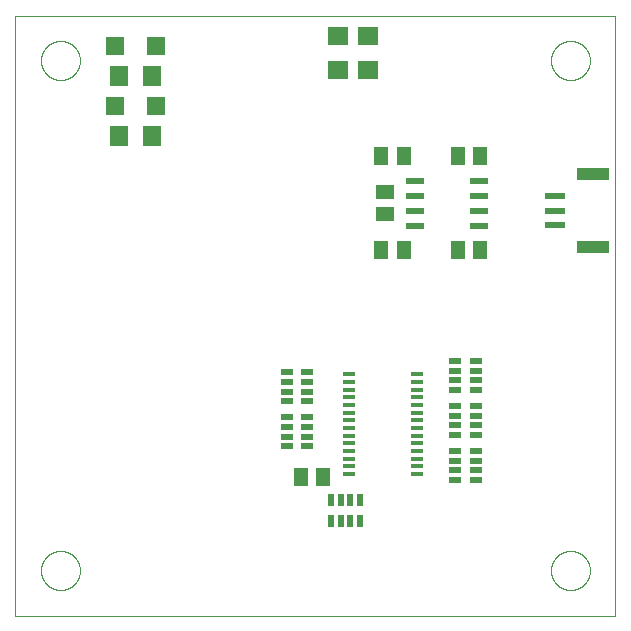
<source format=gtp>
G75*
%MOIN*%
%OFA0B0*%
%FSLAX25Y25*%
%IPPOS*%
%LPD*%
%AMOC8*
5,1,8,0,0,1.08239X$1,22.5*
%
%ADD10C,0.00300*%
%ADD11R,0.03900X0.01200*%
%ADD12R,0.05118X0.05906*%
%ADD13R,0.04000X0.02400*%
%ADD14R,0.02400X0.04000*%
%ADD15R,0.06299X0.07098*%
%ADD16R,0.05906X0.05906*%
%ADD17C,0.00000*%
%ADD18R,0.07098X0.06299*%
%ADD19R,0.06000X0.02400*%
%ADD20R,0.05906X0.05118*%
%ADD21R,0.06693X0.02362*%
%ADD22R,0.10630X0.03937*%
D10*
X0430000Y0315000D02*
X0430000Y0515000D01*
X0630000Y0515000D01*
X0630000Y0315000D01*
X0430000Y0315000D01*
D11*
X0541013Y0362116D03*
X0541013Y0364675D03*
X0541013Y0367234D03*
X0541013Y0369793D03*
X0541013Y0372352D03*
X0541013Y0374911D03*
X0541013Y0377470D03*
X0541013Y0380030D03*
X0541013Y0382589D03*
X0541013Y0385148D03*
X0541013Y0387707D03*
X0541013Y0390266D03*
X0541013Y0392825D03*
X0541013Y0395384D03*
X0563987Y0395384D03*
X0563987Y0392825D03*
X0563987Y0390266D03*
X0563987Y0387707D03*
X0563987Y0385148D03*
X0563987Y0382589D03*
X0563987Y0380030D03*
X0563987Y0377470D03*
X0563987Y0374911D03*
X0563987Y0372352D03*
X0563987Y0369793D03*
X0563987Y0367234D03*
X0563987Y0364675D03*
X0563987Y0362116D03*
D12*
X0532490Y0361250D03*
X0525010Y0361250D03*
X0551885Y0436875D03*
X0559365Y0436875D03*
X0577510Y0436875D03*
X0584990Y0436875D03*
X0584990Y0468125D03*
X0577510Y0468125D03*
X0559365Y0468125D03*
X0551885Y0468125D03*
D13*
X0576650Y0399800D03*
X0576650Y0396600D03*
X0576650Y0393400D03*
X0576650Y0390200D03*
X0576650Y0384800D03*
X0576650Y0381600D03*
X0576650Y0378400D03*
X0576650Y0375200D03*
X0576650Y0369800D03*
X0576650Y0366600D03*
X0576650Y0363400D03*
X0576650Y0360200D03*
X0583350Y0360200D03*
X0583350Y0363400D03*
X0583350Y0366600D03*
X0583350Y0369800D03*
X0583350Y0375200D03*
X0583350Y0378400D03*
X0583350Y0381600D03*
X0583350Y0384800D03*
X0583350Y0390200D03*
X0583350Y0393400D03*
X0583350Y0396600D03*
X0583350Y0399800D03*
X0527100Y0396050D03*
X0527100Y0392850D03*
X0527100Y0389650D03*
X0527100Y0386450D03*
X0527100Y0381050D03*
X0527100Y0377850D03*
X0527100Y0374650D03*
X0527100Y0371450D03*
X0520400Y0371450D03*
X0520400Y0374650D03*
X0520400Y0377850D03*
X0520400Y0381050D03*
X0520400Y0386450D03*
X0520400Y0389650D03*
X0520400Y0392850D03*
X0520400Y0396050D03*
D14*
X0535200Y0353350D03*
X0538400Y0353350D03*
X0541600Y0353350D03*
X0544800Y0353350D03*
X0544800Y0346650D03*
X0541600Y0346650D03*
X0538400Y0346650D03*
X0535200Y0346650D03*
D15*
X0475598Y0475000D03*
X0464402Y0475000D03*
X0464402Y0495000D03*
X0475598Y0495000D03*
D16*
X0476890Y0505000D03*
X0463110Y0505000D03*
X0463110Y0485000D03*
X0476890Y0485000D03*
D17*
X0438500Y0500000D02*
X0438502Y0500161D01*
X0438508Y0500321D01*
X0438518Y0500482D01*
X0438532Y0500642D01*
X0438550Y0500802D01*
X0438571Y0500961D01*
X0438597Y0501120D01*
X0438627Y0501278D01*
X0438660Y0501435D01*
X0438698Y0501592D01*
X0438739Y0501747D01*
X0438784Y0501901D01*
X0438833Y0502054D01*
X0438886Y0502206D01*
X0438942Y0502357D01*
X0439003Y0502506D01*
X0439066Y0502654D01*
X0439134Y0502800D01*
X0439205Y0502944D01*
X0439279Y0503086D01*
X0439357Y0503227D01*
X0439439Y0503365D01*
X0439524Y0503502D01*
X0439612Y0503636D01*
X0439704Y0503768D01*
X0439799Y0503898D01*
X0439897Y0504026D01*
X0439998Y0504151D01*
X0440102Y0504273D01*
X0440209Y0504393D01*
X0440319Y0504510D01*
X0440432Y0504625D01*
X0440548Y0504736D01*
X0440667Y0504845D01*
X0440788Y0504950D01*
X0440912Y0505053D01*
X0441038Y0505153D01*
X0441166Y0505249D01*
X0441297Y0505342D01*
X0441431Y0505432D01*
X0441566Y0505519D01*
X0441704Y0505602D01*
X0441843Y0505682D01*
X0441985Y0505758D01*
X0442128Y0505831D01*
X0442273Y0505900D01*
X0442420Y0505966D01*
X0442568Y0506028D01*
X0442718Y0506086D01*
X0442869Y0506141D01*
X0443022Y0506192D01*
X0443176Y0506239D01*
X0443331Y0506282D01*
X0443487Y0506321D01*
X0443643Y0506357D01*
X0443801Y0506388D01*
X0443959Y0506416D01*
X0444118Y0506440D01*
X0444278Y0506460D01*
X0444438Y0506476D01*
X0444598Y0506488D01*
X0444759Y0506496D01*
X0444920Y0506500D01*
X0445080Y0506500D01*
X0445241Y0506496D01*
X0445402Y0506488D01*
X0445562Y0506476D01*
X0445722Y0506460D01*
X0445882Y0506440D01*
X0446041Y0506416D01*
X0446199Y0506388D01*
X0446357Y0506357D01*
X0446513Y0506321D01*
X0446669Y0506282D01*
X0446824Y0506239D01*
X0446978Y0506192D01*
X0447131Y0506141D01*
X0447282Y0506086D01*
X0447432Y0506028D01*
X0447580Y0505966D01*
X0447727Y0505900D01*
X0447872Y0505831D01*
X0448015Y0505758D01*
X0448157Y0505682D01*
X0448296Y0505602D01*
X0448434Y0505519D01*
X0448569Y0505432D01*
X0448703Y0505342D01*
X0448834Y0505249D01*
X0448962Y0505153D01*
X0449088Y0505053D01*
X0449212Y0504950D01*
X0449333Y0504845D01*
X0449452Y0504736D01*
X0449568Y0504625D01*
X0449681Y0504510D01*
X0449791Y0504393D01*
X0449898Y0504273D01*
X0450002Y0504151D01*
X0450103Y0504026D01*
X0450201Y0503898D01*
X0450296Y0503768D01*
X0450388Y0503636D01*
X0450476Y0503502D01*
X0450561Y0503365D01*
X0450643Y0503227D01*
X0450721Y0503086D01*
X0450795Y0502944D01*
X0450866Y0502800D01*
X0450934Y0502654D01*
X0450997Y0502506D01*
X0451058Y0502357D01*
X0451114Y0502206D01*
X0451167Y0502054D01*
X0451216Y0501901D01*
X0451261Y0501747D01*
X0451302Y0501592D01*
X0451340Y0501435D01*
X0451373Y0501278D01*
X0451403Y0501120D01*
X0451429Y0500961D01*
X0451450Y0500802D01*
X0451468Y0500642D01*
X0451482Y0500482D01*
X0451492Y0500321D01*
X0451498Y0500161D01*
X0451500Y0500000D01*
X0451498Y0499839D01*
X0451492Y0499679D01*
X0451482Y0499518D01*
X0451468Y0499358D01*
X0451450Y0499198D01*
X0451429Y0499039D01*
X0451403Y0498880D01*
X0451373Y0498722D01*
X0451340Y0498565D01*
X0451302Y0498408D01*
X0451261Y0498253D01*
X0451216Y0498099D01*
X0451167Y0497946D01*
X0451114Y0497794D01*
X0451058Y0497643D01*
X0450997Y0497494D01*
X0450934Y0497346D01*
X0450866Y0497200D01*
X0450795Y0497056D01*
X0450721Y0496914D01*
X0450643Y0496773D01*
X0450561Y0496635D01*
X0450476Y0496498D01*
X0450388Y0496364D01*
X0450296Y0496232D01*
X0450201Y0496102D01*
X0450103Y0495974D01*
X0450002Y0495849D01*
X0449898Y0495727D01*
X0449791Y0495607D01*
X0449681Y0495490D01*
X0449568Y0495375D01*
X0449452Y0495264D01*
X0449333Y0495155D01*
X0449212Y0495050D01*
X0449088Y0494947D01*
X0448962Y0494847D01*
X0448834Y0494751D01*
X0448703Y0494658D01*
X0448569Y0494568D01*
X0448434Y0494481D01*
X0448296Y0494398D01*
X0448157Y0494318D01*
X0448015Y0494242D01*
X0447872Y0494169D01*
X0447727Y0494100D01*
X0447580Y0494034D01*
X0447432Y0493972D01*
X0447282Y0493914D01*
X0447131Y0493859D01*
X0446978Y0493808D01*
X0446824Y0493761D01*
X0446669Y0493718D01*
X0446513Y0493679D01*
X0446357Y0493643D01*
X0446199Y0493612D01*
X0446041Y0493584D01*
X0445882Y0493560D01*
X0445722Y0493540D01*
X0445562Y0493524D01*
X0445402Y0493512D01*
X0445241Y0493504D01*
X0445080Y0493500D01*
X0444920Y0493500D01*
X0444759Y0493504D01*
X0444598Y0493512D01*
X0444438Y0493524D01*
X0444278Y0493540D01*
X0444118Y0493560D01*
X0443959Y0493584D01*
X0443801Y0493612D01*
X0443643Y0493643D01*
X0443487Y0493679D01*
X0443331Y0493718D01*
X0443176Y0493761D01*
X0443022Y0493808D01*
X0442869Y0493859D01*
X0442718Y0493914D01*
X0442568Y0493972D01*
X0442420Y0494034D01*
X0442273Y0494100D01*
X0442128Y0494169D01*
X0441985Y0494242D01*
X0441843Y0494318D01*
X0441704Y0494398D01*
X0441566Y0494481D01*
X0441431Y0494568D01*
X0441297Y0494658D01*
X0441166Y0494751D01*
X0441038Y0494847D01*
X0440912Y0494947D01*
X0440788Y0495050D01*
X0440667Y0495155D01*
X0440548Y0495264D01*
X0440432Y0495375D01*
X0440319Y0495490D01*
X0440209Y0495607D01*
X0440102Y0495727D01*
X0439998Y0495849D01*
X0439897Y0495974D01*
X0439799Y0496102D01*
X0439704Y0496232D01*
X0439612Y0496364D01*
X0439524Y0496498D01*
X0439439Y0496635D01*
X0439357Y0496773D01*
X0439279Y0496914D01*
X0439205Y0497056D01*
X0439134Y0497200D01*
X0439066Y0497346D01*
X0439003Y0497494D01*
X0438942Y0497643D01*
X0438886Y0497794D01*
X0438833Y0497946D01*
X0438784Y0498099D01*
X0438739Y0498253D01*
X0438698Y0498408D01*
X0438660Y0498565D01*
X0438627Y0498722D01*
X0438597Y0498880D01*
X0438571Y0499039D01*
X0438550Y0499198D01*
X0438532Y0499358D01*
X0438518Y0499518D01*
X0438508Y0499679D01*
X0438502Y0499839D01*
X0438500Y0500000D01*
X0608500Y0500000D02*
X0608502Y0500161D01*
X0608508Y0500321D01*
X0608518Y0500482D01*
X0608532Y0500642D01*
X0608550Y0500802D01*
X0608571Y0500961D01*
X0608597Y0501120D01*
X0608627Y0501278D01*
X0608660Y0501435D01*
X0608698Y0501592D01*
X0608739Y0501747D01*
X0608784Y0501901D01*
X0608833Y0502054D01*
X0608886Y0502206D01*
X0608942Y0502357D01*
X0609003Y0502506D01*
X0609066Y0502654D01*
X0609134Y0502800D01*
X0609205Y0502944D01*
X0609279Y0503086D01*
X0609357Y0503227D01*
X0609439Y0503365D01*
X0609524Y0503502D01*
X0609612Y0503636D01*
X0609704Y0503768D01*
X0609799Y0503898D01*
X0609897Y0504026D01*
X0609998Y0504151D01*
X0610102Y0504273D01*
X0610209Y0504393D01*
X0610319Y0504510D01*
X0610432Y0504625D01*
X0610548Y0504736D01*
X0610667Y0504845D01*
X0610788Y0504950D01*
X0610912Y0505053D01*
X0611038Y0505153D01*
X0611166Y0505249D01*
X0611297Y0505342D01*
X0611431Y0505432D01*
X0611566Y0505519D01*
X0611704Y0505602D01*
X0611843Y0505682D01*
X0611985Y0505758D01*
X0612128Y0505831D01*
X0612273Y0505900D01*
X0612420Y0505966D01*
X0612568Y0506028D01*
X0612718Y0506086D01*
X0612869Y0506141D01*
X0613022Y0506192D01*
X0613176Y0506239D01*
X0613331Y0506282D01*
X0613487Y0506321D01*
X0613643Y0506357D01*
X0613801Y0506388D01*
X0613959Y0506416D01*
X0614118Y0506440D01*
X0614278Y0506460D01*
X0614438Y0506476D01*
X0614598Y0506488D01*
X0614759Y0506496D01*
X0614920Y0506500D01*
X0615080Y0506500D01*
X0615241Y0506496D01*
X0615402Y0506488D01*
X0615562Y0506476D01*
X0615722Y0506460D01*
X0615882Y0506440D01*
X0616041Y0506416D01*
X0616199Y0506388D01*
X0616357Y0506357D01*
X0616513Y0506321D01*
X0616669Y0506282D01*
X0616824Y0506239D01*
X0616978Y0506192D01*
X0617131Y0506141D01*
X0617282Y0506086D01*
X0617432Y0506028D01*
X0617580Y0505966D01*
X0617727Y0505900D01*
X0617872Y0505831D01*
X0618015Y0505758D01*
X0618157Y0505682D01*
X0618296Y0505602D01*
X0618434Y0505519D01*
X0618569Y0505432D01*
X0618703Y0505342D01*
X0618834Y0505249D01*
X0618962Y0505153D01*
X0619088Y0505053D01*
X0619212Y0504950D01*
X0619333Y0504845D01*
X0619452Y0504736D01*
X0619568Y0504625D01*
X0619681Y0504510D01*
X0619791Y0504393D01*
X0619898Y0504273D01*
X0620002Y0504151D01*
X0620103Y0504026D01*
X0620201Y0503898D01*
X0620296Y0503768D01*
X0620388Y0503636D01*
X0620476Y0503502D01*
X0620561Y0503365D01*
X0620643Y0503227D01*
X0620721Y0503086D01*
X0620795Y0502944D01*
X0620866Y0502800D01*
X0620934Y0502654D01*
X0620997Y0502506D01*
X0621058Y0502357D01*
X0621114Y0502206D01*
X0621167Y0502054D01*
X0621216Y0501901D01*
X0621261Y0501747D01*
X0621302Y0501592D01*
X0621340Y0501435D01*
X0621373Y0501278D01*
X0621403Y0501120D01*
X0621429Y0500961D01*
X0621450Y0500802D01*
X0621468Y0500642D01*
X0621482Y0500482D01*
X0621492Y0500321D01*
X0621498Y0500161D01*
X0621500Y0500000D01*
X0621498Y0499839D01*
X0621492Y0499679D01*
X0621482Y0499518D01*
X0621468Y0499358D01*
X0621450Y0499198D01*
X0621429Y0499039D01*
X0621403Y0498880D01*
X0621373Y0498722D01*
X0621340Y0498565D01*
X0621302Y0498408D01*
X0621261Y0498253D01*
X0621216Y0498099D01*
X0621167Y0497946D01*
X0621114Y0497794D01*
X0621058Y0497643D01*
X0620997Y0497494D01*
X0620934Y0497346D01*
X0620866Y0497200D01*
X0620795Y0497056D01*
X0620721Y0496914D01*
X0620643Y0496773D01*
X0620561Y0496635D01*
X0620476Y0496498D01*
X0620388Y0496364D01*
X0620296Y0496232D01*
X0620201Y0496102D01*
X0620103Y0495974D01*
X0620002Y0495849D01*
X0619898Y0495727D01*
X0619791Y0495607D01*
X0619681Y0495490D01*
X0619568Y0495375D01*
X0619452Y0495264D01*
X0619333Y0495155D01*
X0619212Y0495050D01*
X0619088Y0494947D01*
X0618962Y0494847D01*
X0618834Y0494751D01*
X0618703Y0494658D01*
X0618569Y0494568D01*
X0618434Y0494481D01*
X0618296Y0494398D01*
X0618157Y0494318D01*
X0618015Y0494242D01*
X0617872Y0494169D01*
X0617727Y0494100D01*
X0617580Y0494034D01*
X0617432Y0493972D01*
X0617282Y0493914D01*
X0617131Y0493859D01*
X0616978Y0493808D01*
X0616824Y0493761D01*
X0616669Y0493718D01*
X0616513Y0493679D01*
X0616357Y0493643D01*
X0616199Y0493612D01*
X0616041Y0493584D01*
X0615882Y0493560D01*
X0615722Y0493540D01*
X0615562Y0493524D01*
X0615402Y0493512D01*
X0615241Y0493504D01*
X0615080Y0493500D01*
X0614920Y0493500D01*
X0614759Y0493504D01*
X0614598Y0493512D01*
X0614438Y0493524D01*
X0614278Y0493540D01*
X0614118Y0493560D01*
X0613959Y0493584D01*
X0613801Y0493612D01*
X0613643Y0493643D01*
X0613487Y0493679D01*
X0613331Y0493718D01*
X0613176Y0493761D01*
X0613022Y0493808D01*
X0612869Y0493859D01*
X0612718Y0493914D01*
X0612568Y0493972D01*
X0612420Y0494034D01*
X0612273Y0494100D01*
X0612128Y0494169D01*
X0611985Y0494242D01*
X0611843Y0494318D01*
X0611704Y0494398D01*
X0611566Y0494481D01*
X0611431Y0494568D01*
X0611297Y0494658D01*
X0611166Y0494751D01*
X0611038Y0494847D01*
X0610912Y0494947D01*
X0610788Y0495050D01*
X0610667Y0495155D01*
X0610548Y0495264D01*
X0610432Y0495375D01*
X0610319Y0495490D01*
X0610209Y0495607D01*
X0610102Y0495727D01*
X0609998Y0495849D01*
X0609897Y0495974D01*
X0609799Y0496102D01*
X0609704Y0496232D01*
X0609612Y0496364D01*
X0609524Y0496498D01*
X0609439Y0496635D01*
X0609357Y0496773D01*
X0609279Y0496914D01*
X0609205Y0497056D01*
X0609134Y0497200D01*
X0609066Y0497346D01*
X0609003Y0497494D01*
X0608942Y0497643D01*
X0608886Y0497794D01*
X0608833Y0497946D01*
X0608784Y0498099D01*
X0608739Y0498253D01*
X0608698Y0498408D01*
X0608660Y0498565D01*
X0608627Y0498722D01*
X0608597Y0498880D01*
X0608571Y0499039D01*
X0608550Y0499198D01*
X0608532Y0499358D01*
X0608518Y0499518D01*
X0608508Y0499679D01*
X0608502Y0499839D01*
X0608500Y0500000D01*
X0608500Y0330000D02*
X0608502Y0330161D01*
X0608508Y0330321D01*
X0608518Y0330482D01*
X0608532Y0330642D01*
X0608550Y0330802D01*
X0608571Y0330961D01*
X0608597Y0331120D01*
X0608627Y0331278D01*
X0608660Y0331435D01*
X0608698Y0331592D01*
X0608739Y0331747D01*
X0608784Y0331901D01*
X0608833Y0332054D01*
X0608886Y0332206D01*
X0608942Y0332357D01*
X0609003Y0332506D01*
X0609066Y0332654D01*
X0609134Y0332800D01*
X0609205Y0332944D01*
X0609279Y0333086D01*
X0609357Y0333227D01*
X0609439Y0333365D01*
X0609524Y0333502D01*
X0609612Y0333636D01*
X0609704Y0333768D01*
X0609799Y0333898D01*
X0609897Y0334026D01*
X0609998Y0334151D01*
X0610102Y0334273D01*
X0610209Y0334393D01*
X0610319Y0334510D01*
X0610432Y0334625D01*
X0610548Y0334736D01*
X0610667Y0334845D01*
X0610788Y0334950D01*
X0610912Y0335053D01*
X0611038Y0335153D01*
X0611166Y0335249D01*
X0611297Y0335342D01*
X0611431Y0335432D01*
X0611566Y0335519D01*
X0611704Y0335602D01*
X0611843Y0335682D01*
X0611985Y0335758D01*
X0612128Y0335831D01*
X0612273Y0335900D01*
X0612420Y0335966D01*
X0612568Y0336028D01*
X0612718Y0336086D01*
X0612869Y0336141D01*
X0613022Y0336192D01*
X0613176Y0336239D01*
X0613331Y0336282D01*
X0613487Y0336321D01*
X0613643Y0336357D01*
X0613801Y0336388D01*
X0613959Y0336416D01*
X0614118Y0336440D01*
X0614278Y0336460D01*
X0614438Y0336476D01*
X0614598Y0336488D01*
X0614759Y0336496D01*
X0614920Y0336500D01*
X0615080Y0336500D01*
X0615241Y0336496D01*
X0615402Y0336488D01*
X0615562Y0336476D01*
X0615722Y0336460D01*
X0615882Y0336440D01*
X0616041Y0336416D01*
X0616199Y0336388D01*
X0616357Y0336357D01*
X0616513Y0336321D01*
X0616669Y0336282D01*
X0616824Y0336239D01*
X0616978Y0336192D01*
X0617131Y0336141D01*
X0617282Y0336086D01*
X0617432Y0336028D01*
X0617580Y0335966D01*
X0617727Y0335900D01*
X0617872Y0335831D01*
X0618015Y0335758D01*
X0618157Y0335682D01*
X0618296Y0335602D01*
X0618434Y0335519D01*
X0618569Y0335432D01*
X0618703Y0335342D01*
X0618834Y0335249D01*
X0618962Y0335153D01*
X0619088Y0335053D01*
X0619212Y0334950D01*
X0619333Y0334845D01*
X0619452Y0334736D01*
X0619568Y0334625D01*
X0619681Y0334510D01*
X0619791Y0334393D01*
X0619898Y0334273D01*
X0620002Y0334151D01*
X0620103Y0334026D01*
X0620201Y0333898D01*
X0620296Y0333768D01*
X0620388Y0333636D01*
X0620476Y0333502D01*
X0620561Y0333365D01*
X0620643Y0333227D01*
X0620721Y0333086D01*
X0620795Y0332944D01*
X0620866Y0332800D01*
X0620934Y0332654D01*
X0620997Y0332506D01*
X0621058Y0332357D01*
X0621114Y0332206D01*
X0621167Y0332054D01*
X0621216Y0331901D01*
X0621261Y0331747D01*
X0621302Y0331592D01*
X0621340Y0331435D01*
X0621373Y0331278D01*
X0621403Y0331120D01*
X0621429Y0330961D01*
X0621450Y0330802D01*
X0621468Y0330642D01*
X0621482Y0330482D01*
X0621492Y0330321D01*
X0621498Y0330161D01*
X0621500Y0330000D01*
X0621498Y0329839D01*
X0621492Y0329679D01*
X0621482Y0329518D01*
X0621468Y0329358D01*
X0621450Y0329198D01*
X0621429Y0329039D01*
X0621403Y0328880D01*
X0621373Y0328722D01*
X0621340Y0328565D01*
X0621302Y0328408D01*
X0621261Y0328253D01*
X0621216Y0328099D01*
X0621167Y0327946D01*
X0621114Y0327794D01*
X0621058Y0327643D01*
X0620997Y0327494D01*
X0620934Y0327346D01*
X0620866Y0327200D01*
X0620795Y0327056D01*
X0620721Y0326914D01*
X0620643Y0326773D01*
X0620561Y0326635D01*
X0620476Y0326498D01*
X0620388Y0326364D01*
X0620296Y0326232D01*
X0620201Y0326102D01*
X0620103Y0325974D01*
X0620002Y0325849D01*
X0619898Y0325727D01*
X0619791Y0325607D01*
X0619681Y0325490D01*
X0619568Y0325375D01*
X0619452Y0325264D01*
X0619333Y0325155D01*
X0619212Y0325050D01*
X0619088Y0324947D01*
X0618962Y0324847D01*
X0618834Y0324751D01*
X0618703Y0324658D01*
X0618569Y0324568D01*
X0618434Y0324481D01*
X0618296Y0324398D01*
X0618157Y0324318D01*
X0618015Y0324242D01*
X0617872Y0324169D01*
X0617727Y0324100D01*
X0617580Y0324034D01*
X0617432Y0323972D01*
X0617282Y0323914D01*
X0617131Y0323859D01*
X0616978Y0323808D01*
X0616824Y0323761D01*
X0616669Y0323718D01*
X0616513Y0323679D01*
X0616357Y0323643D01*
X0616199Y0323612D01*
X0616041Y0323584D01*
X0615882Y0323560D01*
X0615722Y0323540D01*
X0615562Y0323524D01*
X0615402Y0323512D01*
X0615241Y0323504D01*
X0615080Y0323500D01*
X0614920Y0323500D01*
X0614759Y0323504D01*
X0614598Y0323512D01*
X0614438Y0323524D01*
X0614278Y0323540D01*
X0614118Y0323560D01*
X0613959Y0323584D01*
X0613801Y0323612D01*
X0613643Y0323643D01*
X0613487Y0323679D01*
X0613331Y0323718D01*
X0613176Y0323761D01*
X0613022Y0323808D01*
X0612869Y0323859D01*
X0612718Y0323914D01*
X0612568Y0323972D01*
X0612420Y0324034D01*
X0612273Y0324100D01*
X0612128Y0324169D01*
X0611985Y0324242D01*
X0611843Y0324318D01*
X0611704Y0324398D01*
X0611566Y0324481D01*
X0611431Y0324568D01*
X0611297Y0324658D01*
X0611166Y0324751D01*
X0611038Y0324847D01*
X0610912Y0324947D01*
X0610788Y0325050D01*
X0610667Y0325155D01*
X0610548Y0325264D01*
X0610432Y0325375D01*
X0610319Y0325490D01*
X0610209Y0325607D01*
X0610102Y0325727D01*
X0609998Y0325849D01*
X0609897Y0325974D01*
X0609799Y0326102D01*
X0609704Y0326232D01*
X0609612Y0326364D01*
X0609524Y0326498D01*
X0609439Y0326635D01*
X0609357Y0326773D01*
X0609279Y0326914D01*
X0609205Y0327056D01*
X0609134Y0327200D01*
X0609066Y0327346D01*
X0609003Y0327494D01*
X0608942Y0327643D01*
X0608886Y0327794D01*
X0608833Y0327946D01*
X0608784Y0328099D01*
X0608739Y0328253D01*
X0608698Y0328408D01*
X0608660Y0328565D01*
X0608627Y0328722D01*
X0608597Y0328880D01*
X0608571Y0329039D01*
X0608550Y0329198D01*
X0608532Y0329358D01*
X0608518Y0329518D01*
X0608508Y0329679D01*
X0608502Y0329839D01*
X0608500Y0330000D01*
X0438500Y0330000D02*
X0438502Y0330161D01*
X0438508Y0330321D01*
X0438518Y0330482D01*
X0438532Y0330642D01*
X0438550Y0330802D01*
X0438571Y0330961D01*
X0438597Y0331120D01*
X0438627Y0331278D01*
X0438660Y0331435D01*
X0438698Y0331592D01*
X0438739Y0331747D01*
X0438784Y0331901D01*
X0438833Y0332054D01*
X0438886Y0332206D01*
X0438942Y0332357D01*
X0439003Y0332506D01*
X0439066Y0332654D01*
X0439134Y0332800D01*
X0439205Y0332944D01*
X0439279Y0333086D01*
X0439357Y0333227D01*
X0439439Y0333365D01*
X0439524Y0333502D01*
X0439612Y0333636D01*
X0439704Y0333768D01*
X0439799Y0333898D01*
X0439897Y0334026D01*
X0439998Y0334151D01*
X0440102Y0334273D01*
X0440209Y0334393D01*
X0440319Y0334510D01*
X0440432Y0334625D01*
X0440548Y0334736D01*
X0440667Y0334845D01*
X0440788Y0334950D01*
X0440912Y0335053D01*
X0441038Y0335153D01*
X0441166Y0335249D01*
X0441297Y0335342D01*
X0441431Y0335432D01*
X0441566Y0335519D01*
X0441704Y0335602D01*
X0441843Y0335682D01*
X0441985Y0335758D01*
X0442128Y0335831D01*
X0442273Y0335900D01*
X0442420Y0335966D01*
X0442568Y0336028D01*
X0442718Y0336086D01*
X0442869Y0336141D01*
X0443022Y0336192D01*
X0443176Y0336239D01*
X0443331Y0336282D01*
X0443487Y0336321D01*
X0443643Y0336357D01*
X0443801Y0336388D01*
X0443959Y0336416D01*
X0444118Y0336440D01*
X0444278Y0336460D01*
X0444438Y0336476D01*
X0444598Y0336488D01*
X0444759Y0336496D01*
X0444920Y0336500D01*
X0445080Y0336500D01*
X0445241Y0336496D01*
X0445402Y0336488D01*
X0445562Y0336476D01*
X0445722Y0336460D01*
X0445882Y0336440D01*
X0446041Y0336416D01*
X0446199Y0336388D01*
X0446357Y0336357D01*
X0446513Y0336321D01*
X0446669Y0336282D01*
X0446824Y0336239D01*
X0446978Y0336192D01*
X0447131Y0336141D01*
X0447282Y0336086D01*
X0447432Y0336028D01*
X0447580Y0335966D01*
X0447727Y0335900D01*
X0447872Y0335831D01*
X0448015Y0335758D01*
X0448157Y0335682D01*
X0448296Y0335602D01*
X0448434Y0335519D01*
X0448569Y0335432D01*
X0448703Y0335342D01*
X0448834Y0335249D01*
X0448962Y0335153D01*
X0449088Y0335053D01*
X0449212Y0334950D01*
X0449333Y0334845D01*
X0449452Y0334736D01*
X0449568Y0334625D01*
X0449681Y0334510D01*
X0449791Y0334393D01*
X0449898Y0334273D01*
X0450002Y0334151D01*
X0450103Y0334026D01*
X0450201Y0333898D01*
X0450296Y0333768D01*
X0450388Y0333636D01*
X0450476Y0333502D01*
X0450561Y0333365D01*
X0450643Y0333227D01*
X0450721Y0333086D01*
X0450795Y0332944D01*
X0450866Y0332800D01*
X0450934Y0332654D01*
X0450997Y0332506D01*
X0451058Y0332357D01*
X0451114Y0332206D01*
X0451167Y0332054D01*
X0451216Y0331901D01*
X0451261Y0331747D01*
X0451302Y0331592D01*
X0451340Y0331435D01*
X0451373Y0331278D01*
X0451403Y0331120D01*
X0451429Y0330961D01*
X0451450Y0330802D01*
X0451468Y0330642D01*
X0451482Y0330482D01*
X0451492Y0330321D01*
X0451498Y0330161D01*
X0451500Y0330000D01*
X0451498Y0329839D01*
X0451492Y0329679D01*
X0451482Y0329518D01*
X0451468Y0329358D01*
X0451450Y0329198D01*
X0451429Y0329039D01*
X0451403Y0328880D01*
X0451373Y0328722D01*
X0451340Y0328565D01*
X0451302Y0328408D01*
X0451261Y0328253D01*
X0451216Y0328099D01*
X0451167Y0327946D01*
X0451114Y0327794D01*
X0451058Y0327643D01*
X0450997Y0327494D01*
X0450934Y0327346D01*
X0450866Y0327200D01*
X0450795Y0327056D01*
X0450721Y0326914D01*
X0450643Y0326773D01*
X0450561Y0326635D01*
X0450476Y0326498D01*
X0450388Y0326364D01*
X0450296Y0326232D01*
X0450201Y0326102D01*
X0450103Y0325974D01*
X0450002Y0325849D01*
X0449898Y0325727D01*
X0449791Y0325607D01*
X0449681Y0325490D01*
X0449568Y0325375D01*
X0449452Y0325264D01*
X0449333Y0325155D01*
X0449212Y0325050D01*
X0449088Y0324947D01*
X0448962Y0324847D01*
X0448834Y0324751D01*
X0448703Y0324658D01*
X0448569Y0324568D01*
X0448434Y0324481D01*
X0448296Y0324398D01*
X0448157Y0324318D01*
X0448015Y0324242D01*
X0447872Y0324169D01*
X0447727Y0324100D01*
X0447580Y0324034D01*
X0447432Y0323972D01*
X0447282Y0323914D01*
X0447131Y0323859D01*
X0446978Y0323808D01*
X0446824Y0323761D01*
X0446669Y0323718D01*
X0446513Y0323679D01*
X0446357Y0323643D01*
X0446199Y0323612D01*
X0446041Y0323584D01*
X0445882Y0323560D01*
X0445722Y0323540D01*
X0445562Y0323524D01*
X0445402Y0323512D01*
X0445241Y0323504D01*
X0445080Y0323500D01*
X0444920Y0323500D01*
X0444759Y0323504D01*
X0444598Y0323512D01*
X0444438Y0323524D01*
X0444278Y0323540D01*
X0444118Y0323560D01*
X0443959Y0323584D01*
X0443801Y0323612D01*
X0443643Y0323643D01*
X0443487Y0323679D01*
X0443331Y0323718D01*
X0443176Y0323761D01*
X0443022Y0323808D01*
X0442869Y0323859D01*
X0442718Y0323914D01*
X0442568Y0323972D01*
X0442420Y0324034D01*
X0442273Y0324100D01*
X0442128Y0324169D01*
X0441985Y0324242D01*
X0441843Y0324318D01*
X0441704Y0324398D01*
X0441566Y0324481D01*
X0441431Y0324568D01*
X0441297Y0324658D01*
X0441166Y0324751D01*
X0441038Y0324847D01*
X0440912Y0324947D01*
X0440788Y0325050D01*
X0440667Y0325155D01*
X0440548Y0325264D01*
X0440432Y0325375D01*
X0440319Y0325490D01*
X0440209Y0325607D01*
X0440102Y0325727D01*
X0439998Y0325849D01*
X0439897Y0325974D01*
X0439799Y0326102D01*
X0439704Y0326232D01*
X0439612Y0326364D01*
X0439524Y0326498D01*
X0439439Y0326635D01*
X0439357Y0326773D01*
X0439279Y0326914D01*
X0439205Y0327056D01*
X0439134Y0327200D01*
X0439066Y0327346D01*
X0439003Y0327494D01*
X0438942Y0327643D01*
X0438886Y0327794D01*
X0438833Y0327946D01*
X0438784Y0328099D01*
X0438739Y0328253D01*
X0438698Y0328408D01*
X0438660Y0328565D01*
X0438627Y0328722D01*
X0438597Y0328880D01*
X0438571Y0329039D01*
X0438550Y0329198D01*
X0438532Y0329358D01*
X0438518Y0329518D01*
X0438508Y0329679D01*
X0438502Y0329839D01*
X0438500Y0330000D01*
D18*
X0537500Y0496902D03*
X0547500Y0496902D03*
X0547500Y0508098D03*
X0537500Y0508098D03*
D19*
X0563150Y0460000D03*
X0563150Y0455000D03*
X0563150Y0450000D03*
X0563150Y0445000D03*
X0584350Y0445000D03*
X0584350Y0450000D03*
X0584350Y0455000D03*
X0584350Y0460000D03*
D20*
X0553125Y0456240D03*
X0553125Y0448760D03*
D21*
X0609779Y0450000D03*
X0609779Y0454921D03*
X0609779Y0445079D03*
D22*
X0622377Y0437795D03*
X0622377Y0462205D03*
M02*

</source>
